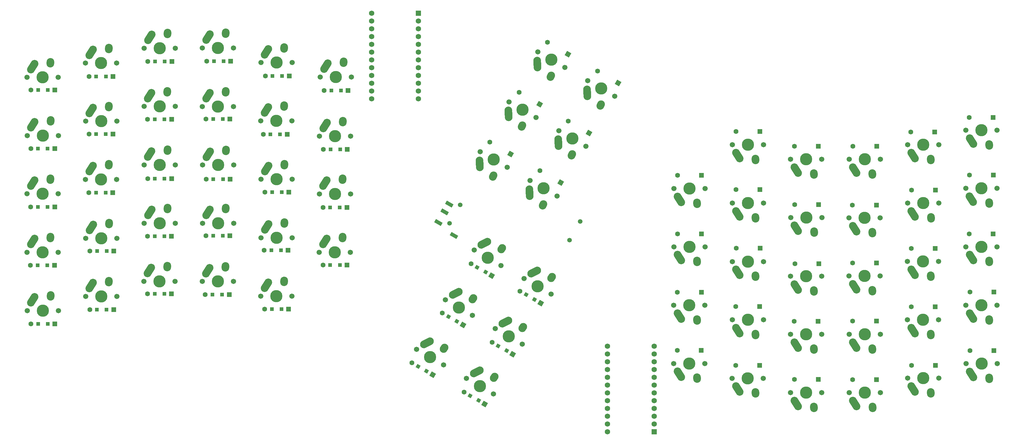
<source format=gbs>
%TF.GenerationSoftware,KiCad,Pcbnew,7.0.1*%
%TF.CreationDate,2023-09-24T18:49:58+08:00*%
%TF.ProjectId,split70kb,73706c69-7437-4306-9b62-2e6b69636164,rev?*%
%TF.SameCoordinates,Original*%
%TF.FileFunction,Soldermask,Bot*%
%TF.FilePolarity,Negative*%
%FSLAX46Y46*%
G04 Gerber Fmt 4.6, Leading zero omitted, Abs format (unit mm)*
G04 Created by KiCad (PCBNEW 7.0.1) date 2023-09-24 18:49:58*
%MOMM*%
%LPD*%
G01*
G04 APERTURE LIST*
G04 Aperture macros list*
%AMHorizOval*
0 Thick line with rounded ends*
0 $1 width*
0 $2 $3 position (X,Y) of the first rounded end (center of the circle)*
0 $4 $5 position (X,Y) of the second rounded end (center of the circle)*
0 Add line between two ends*
20,1,$1,$2,$3,$4,$5,0*
0 Add two circle primitives to create the rounded ends*
1,1,$1,$2,$3*
1,1,$1,$4,$5*%
%AMRotRect*
0 Rectangle, with rotation*
0 The origin of the aperture is its center*
0 $1 length*
0 $2 width*
0 $3 Rotation angle, in degrees counterclockwise*
0 Add horizontal line*
21,1,$1,$2,0,0,$3*%
G04 Aperture macros list end*
%ADD10R,1.600000X1.600000*%
%ADD11C,1.600000*%
%ADD12C,1.701800*%
%ADD13C,3.987800*%
%ADD14HorizOval,2.500000X-0.604462X-0.948815X0.604462X0.948815X0*%
%ADD15HorizOval,2.500000X-0.019724X-0.289328X0.019724X0.289328X0*%
%ADD16RotRect,1.600000X1.600000X150.000000*%
%ADD17HorizOval,2.500000X-0.997887X-0.519467X0.997887X0.519467X0*%
%ADD18HorizOval,2.500000X-0.161746X-0.240704X0.161746X0.240704X0*%
%ADD19C,1.500000*%
%ADD20R,1.752600X1.752600*%
%ADD21C,1.752600*%
%ADD22HorizOval,2.500000X-0.604462X0.948815X0.604462X-0.948815X0*%
%ADD23HorizOval,2.500000X-0.019724X0.289328X0.019724X-0.289328X0*%
%ADD24HorizOval,2.500000X-0.049072X1.123929X0.049072X-1.123929X0*%
%ADD25HorizOval,2.500000X-0.127582X-0.260428X0.127582X0.260428X0*%
%ADD26R,1.200000X1.200000*%
%ADD27RotRect,1.200000X2.500000X240.000000*%
%ADD28RotRect,1.200000X1.200000X150.000000*%
G04 APERTURE END LIST*
D10*
%TO.C,D50*%
X304945500Y-66588800D03*
D11*
X297145500Y-66588800D03*
%TD*%
D12*
%TO.C,K10*%
X47021600Y-115547400D03*
D13*
X52101600Y-115547400D03*
D12*
X57181600Y-115547400D03*
D14*
X48846600Y-112027400D03*
D15*
X54621600Y-110757400D03*
%TD*%
D12*
%TO.C,K12*%
X66070800Y-53551000D03*
D13*
X71150800Y-53551000D03*
D12*
X76230800Y-53551000D03*
D14*
X67895800Y-50031000D03*
D15*
X73670800Y-48761000D03*
%TD*%
D12*
%TO.C,K6*%
X46995100Y-39416100D03*
D13*
X52075100Y-39416100D03*
D12*
X57155100Y-39416100D03*
D14*
X48820100Y-35896100D03*
D15*
X54595100Y-34626100D03*
%TD*%
D12*
%TO.C,K22*%
X104148300Y-58268300D03*
D13*
X109228300Y-58268300D03*
D12*
X114308300Y-58268300D03*
D14*
X105973300Y-54748300D03*
D15*
X111748300Y-53478300D03*
%TD*%
D10*
%TO.C,D51*%
X285903400Y-142693500D03*
D11*
X278103400Y-142693500D03*
%TD*%
D16*
%TO.C,D66*%
X211115099Y-62235000D03*
D11*
X204360101Y-58335000D03*
%TD*%
D10*
%TO.C,D40*%
X342868400Y-57176400D03*
D11*
X335068400Y-57176400D03*
%TD*%
D10*
%TO.C,D56*%
X266788200Y-138079400D03*
D11*
X258988200Y-138079400D03*
%TD*%
D12*
%TO.C,K1*%
X27923900Y-44068900D03*
D13*
X33003900Y-44068900D03*
D12*
X38083900Y-44068900D03*
D14*
X29748900Y-40548900D03*
D15*
X35523900Y-39278900D03*
%TD*%
D10*
%TO.C,D53*%
X286094000Y-104891600D03*
D11*
X278294000Y-104891600D03*
%TD*%
D12*
%TO.C,K9*%
X47068300Y-96593200D03*
D13*
X52148300Y-96593200D03*
D12*
X57228300Y-96593200D03*
D14*
X48893300Y-93073200D03*
D15*
X54668300Y-91803200D03*
%TD*%
D12*
%TO.C,K32*%
X173670491Y-100398900D03*
D13*
X178069900Y-102938900D03*
D12*
X182469309Y-105478900D03*
D17*
X177010987Y-98262991D03*
D18*
X182647284Y-100050638D03*
%TD*%
D10*
%TO.C,D60*%
X266880100Y-61741700D03*
D11*
X259080100Y-61741700D03*
%TD*%
D12*
%TO.C,K14*%
X66112600Y-91695100D03*
D13*
X71192600Y-91695100D03*
D12*
X76272600Y-91695100D03*
D14*
X67937600Y-88175100D03*
D15*
X73712600Y-86905100D03*
%TD*%
D12*
%TO.C,K34*%
X180555491Y-126087900D03*
D13*
X184954900Y-128627900D03*
D12*
X189354309Y-131167900D03*
D17*
X183895987Y-123951991D03*
D18*
X189532284Y-125739638D03*
%TD*%
D10*
%TO.C,D48*%
X304872000Y-142748000D03*
D11*
X297072000Y-142748000D03*
%TD*%
D16*
%TO.C,D69*%
X195072999Y-52833900D03*
D11*
X188318001Y-48933900D03*
%TD*%
D10*
%TO.C,D55*%
X285874500Y-66594300D03*
D11*
X278074500Y-66594300D03*
%TD*%
D10*
%TO.C,D45*%
X323811700Y-61908000D03*
D11*
X316011700Y-61908000D03*
%TD*%
D12*
%TO.C,K8*%
X46984600Y-77378000D03*
D13*
X52064600Y-77378000D03*
D12*
X57144600Y-77378000D03*
D14*
X48809600Y-73858000D03*
D15*
X54584600Y-72588000D03*
%TD*%
D10*
%TO.C,D42*%
X323972300Y-118957400D03*
D11*
X316172300Y-118957400D03*
%TD*%
D16*
%TO.C,D68*%
X185583699Y-69087500D03*
D11*
X178828701Y-65187500D03*
%TD*%
D12*
%TO.C,K18*%
X85151600Y-72680000D03*
D13*
X90231600Y-72680000D03*
D12*
X95311600Y-72680000D03*
D14*
X86976600Y-69160000D03*
D15*
X92751600Y-67890000D03*
%TD*%
D10*
%TO.C,D39*%
X342980500Y-75994000D03*
D11*
X335180500Y-75994000D03*
%TD*%
D16*
%TO.C,D70*%
X204304599Y-36500100D03*
D11*
X197549601Y-32600100D03*
%TD*%
D12*
%TO.C,K15*%
X66001600Y-110680000D03*
D13*
X71081600Y-110680000D03*
D12*
X76161600Y-110680000D03*
D14*
X67826600Y-107160000D03*
D15*
X73601600Y-105890000D03*
%TD*%
D10*
%TO.C,D37*%
X343109300Y-114179400D03*
D11*
X335309300Y-114179400D03*
%TD*%
D10*
%TO.C,D58*%
X266903400Y-99848300D03*
D11*
X259103400Y-99848300D03*
%TD*%
D10*
%TO.C,D52*%
X285840000Y-123698000D03*
D11*
X278040000Y-123698000D03*
%TD*%
D12*
%TO.C,K2*%
X27974900Y-63079900D03*
D13*
X33054900Y-63079900D03*
D12*
X38134900Y-63079900D03*
D14*
X29799900Y-59559900D03*
D15*
X35574900Y-58289900D03*
%TD*%
D12*
%TO.C,K23*%
X104201600Y-77330000D03*
D13*
X109281600Y-77330000D03*
D12*
X114361600Y-77330000D03*
D14*
X106026600Y-73810000D03*
D15*
X111801600Y-72540000D03*
%TD*%
D10*
%TO.C,D36*%
X343141300Y-133254900D03*
D11*
X335341300Y-133254900D03*
%TD*%
D10*
%TO.C,D41*%
X324082600Y-138123600D03*
D11*
X316282600Y-138123600D03*
%TD*%
D10*
%TO.C,D49*%
X304817600Y-85755200D03*
D11*
X297017600Y-85755200D03*
%TD*%
D12*
%TO.C,K17*%
X85101600Y-53580000D03*
D13*
X90181600Y-53580000D03*
D12*
X95261600Y-53580000D03*
D14*
X86926600Y-50060000D03*
D15*
X92701600Y-48790000D03*
%TD*%
D12*
%TO.C,K5*%
X27973800Y-120218900D03*
D13*
X33053800Y-120218900D03*
D12*
X38133800Y-120218900D03*
D14*
X29798800Y-116698900D03*
D15*
X35573800Y-115428900D03*
%TD*%
D10*
%TO.C,D59*%
X266879400Y-80720000D03*
D11*
X259079400Y-80720000D03*
%TD*%
D12*
%TO.C,K4*%
X27907000Y-101194500D03*
D13*
X32987000Y-101194500D03*
D12*
X38067000Y-101194500D03*
D14*
X29732000Y-97674500D03*
D15*
X35507000Y-96404500D03*
%TD*%
D10*
%TO.C,D61*%
X247692600Y-133197100D03*
D11*
X239892600Y-133197100D03*
%TD*%
D12*
%TO.C,K13*%
X66090400Y-72659900D03*
D13*
X71170400Y-72659900D03*
D12*
X76250400Y-72659900D03*
D14*
X67915400Y-69139900D03*
D15*
X73690400Y-67869900D03*
%TD*%
D12*
%TO.C,K30*%
X154924791Y-132897100D03*
D13*
X159324200Y-135437100D03*
D12*
X163723609Y-137977100D03*
D17*
X158265287Y-130761191D03*
D18*
X163901584Y-132548838D03*
%TD*%
D12*
%TO.C,K29*%
X123201600Y-101161700D03*
D13*
X128281600Y-101161700D03*
D12*
X133361600Y-101161700D03*
D14*
X125026600Y-97641700D03*
D15*
X130801600Y-96371700D03*
%TD*%
D10*
%TO.C,D47*%
X304892700Y-123653400D03*
D11*
X297092700Y-123653400D03*
%TD*%
D10*
%TO.C,D64*%
X247799600Y-76072600D03*
D11*
X239999600Y-76072600D03*
%TD*%
D16*
%TO.C,D67*%
X201923799Y-78434400D03*
D11*
X195168801Y-74534400D03*
%TD*%
D12*
%TO.C,K16*%
X85076600Y-34480000D03*
D13*
X90156600Y-34480000D03*
D12*
X95236600Y-34480000D03*
D14*
X86901600Y-30960000D03*
D15*
X92676600Y-29690000D03*
%TD*%
D16*
%TO.C,D65*%
X220641099Y-45921500D03*
D11*
X213886101Y-42021500D03*
%TD*%
D12*
%TO.C,K33*%
X189930091Y-109766400D03*
D13*
X194329500Y-112306400D03*
D12*
X198728909Y-114846400D03*
D17*
X193270587Y-107630491D03*
D18*
X198906884Y-109418138D03*
%TD*%
D10*
%TO.C,D57*%
X266764200Y-118902700D03*
D11*
X258964200Y-118902700D03*
%TD*%
D12*
%TO.C,K21*%
X104166200Y-39235400D03*
D13*
X109246200Y-39235400D03*
D12*
X114326200Y-39235400D03*
D14*
X105991200Y-35715400D03*
D15*
X111766200Y-34445400D03*
%TD*%
D19*
%TO.C,J1*%
X204779500Y-97217471D03*
X208279500Y-91155293D03*
%TD*%
D10*
%TO.C,D63*%
X247769800Y-95157200D03*
D11*
X239969800Y-95157200D03*
%TD*%
D12*
%TO.C,K31*%
X164346891Y-116669300D03*
D13*
X168746300Y-119209300D03*
D12*
X173145709Y-121749300D03*
D17*
X167687387Y-114533391D03*
D18*
X173323684Y-116321038D03*
%TD*%
D10*
%TO.C,D54*%
X285969700Y-85612900D03*
D11*
X278169700Y-85612900D03*
%TD*%
D12*
%TO.C,K25*%
X104143300Y-115502500D03*
D13*
X109223300Y-115502500D03*
D12*
X114303300Y-115502500D03*
D14*
X105968300Y-111982500D03*
D15*
X111743300Y-110712500D03*
%TD*%
D20*
%TO.C,U1*%
X232410000Y-159766000D03*
D21*
X232410000Y-157226000D03*
X232410000Y-154686000D03*
X232410000Y-152146000D03*
X232410000Y-149606000D03*
X232410000Y-147066000D03*
X232410000Y-144526000D03*
X232410000Y-141986000D03*
X232410000Y-139446000D03*
X232410000Y-136906000D03*
X232410000Y-134366000D03*
X232410000Y-131826000D03*
X217170000Y-159766000D03*
X217170000Y-157226000D03*
X217170000Y-154686000D03*
X217170000Y-152146000D03*
X217170000Y-149606000D03*
X217170000Y-147066000D03*
X217170000Y-144526000D03*
X217170000Y-141986000D03*
X217170000Y-139446000D03*
X217170000Y-136906000D03*
X217170000Y-134366000D03*
X217170000Y-131826000D03*
%TD*%
D10*
%TO.C,D43*%
X323979400Y-99909800D03*
D11*
X316179400Y-99909800D03*
%TD*%
D12*
%TO.C,K3*%
X27951600Y-82080000D03*
D13*
X33031600Y-82080000D03*
D12*
X38111600Y-82080000D03*
D14*
X29776600Y-78560000D03*
D15*
X35551600Y-77290000D03*
%TD*%
D12*
%TO.C,K26*%
X123501600Y-43949000D03*
D13*
X128581600Y-43949000D03*
D12*
X133661600Y-43949000D03*
D14*
X125326600Y-40429000D03*
D15*
X131101600Y-39159000D03*
%TD*%
D12*
%TO.C,K24*%
X104194600Y-96413000D03*
D13*
X109274600Y-96413000D03*
D12*
X114354600Y-96413000D03*
D14*
X106019600Y-92893000D03*
D15*
X111794600Y-91623000D03*
%TD*%
D12*
%TO.C,K19*%
X85108600Y-91681800D03*
D13*
X90188600Y-91681800D03*
D12*
X95268600Y-91681800D03*
D14*
X86933600Y-88161800D03*
D15*
X92708600Y-86891800D03*
%TD*%
D10*
%TO.C,D38*%
X342884200Y-95198000D03*
D11*
X335084200Y-95198000D03*
%TD*%
D10*
%TO.C,D44*%
X324057000Y-80866100D03*
D11*
X316257000Y-80866100D03*
%TD*%
D12*
%TO.C,K27*%
X123266800Y-63275100D03*
D13*
X128346800Y-63275100D03*
D12*
X133426800Y-63275100D03*
D14*
X125091800Y-59755100D03*
D15*
X130866800Y-58485100D03*
%TD*%
D10*
%TO.C,D46*%
X304885400Y-104657300D03*
D11*
X297085400Y-104657300D03*
%TD*%
D12*
%TO.C,K35*%
X171207591Y-142347900D03*
D13*
X175607000Y-144887900D03*
D12*
X180006409Y-147427900D03*
D17*
X174548087Y-140211991D03*
D18*
X180184384Y-141999638D03*
%TD*%
D12*
%TO.C,K20*%
X85030800Y-110693500D03*
D13*
X90110800Y-110693500D03*
D12*
X95190800Y-110693500D03*
D14*
X86855800Y-107173500D03*
D15*
X92630800Y-105903500D03*
%TD*%
D10*
%TO.C,D62*%
X247754900Y-114228200D03*
D11*
X239954900Y-114228200D03*
%TD*%
D12*
%TO.C,K7*%
X47006600Y-58385800D03*
D13*
X52086600Y-58385800D03*
D12*
X57166600Y-58385800D03*
D14*
X48831600Y-54865800D03*
D15*
X54606600Y-53595800D03*
%TD*%
D12*
%TO.C,K11*%
X66104400Y-34561700D03*
D13*
X71184400Y-34561700D03*
D12*
X76264400Y-34561700D03*
D14*
X67929400Y-31041700D03*
D15*
X73704400Y-29771700D03*
%TD*%
D12*
%TO.C,K28*%
X123215000Y-82130000D03*
D13*
X128295000Y-82130000D03*
D12*
X133375000Y-82130000D03*
D14*
X125040000Y-78610000D03*
D15*
X130815000Y-77340000D03*
%TD*%
D12*
%TO.C,K52*%
X276861800Y-127967000D03*
D13*
X281941800Y-127967000D03*
D12*
X287021800Y-127967000D03*
D22*
X278686800Y-131487000D03*
D23*
X284461800Y-132757000D03*
%TD*%
D12*
%TO.C,K64*%
X238776800Y-80399200D03*
D13*
X243856800Y-80399200D03*
D12*
X248936800Y-80399200D03*
D22*
X240601800Y-83919200D03*
D23*
X246376800Y-85189200D03*
%TD*%
D12*
%TO.C,K60*%
X257834800Y-66073600D03*
D13*
X262914800Y-66073600D03*
D12*
X267994800Y-66073600D03*
D22*
X259659800Y-69593600D03*
D23*
X265434800Y-70863600D03*
%TD*%
D12*
%TO.C,K42*%
X314972400Y-123238000D03*
D13*
X320052400Y-123238000D03*
D12*
X325132400Y-123238000D03*
D22*
X316797400Y-126758000D03*
D23*
X322572400Y-128028000D03*
%TD*%
D12*
%TO.C,K70*%
X194460791Y-35770400D03*
D13*
X198860200Y-38310400D03*
D12*
X203259609Y-40850400D03*
D24*
X194281287Y-39731309D03*
D25*
X198647584Y-43718662D03*
%TD*%
D12*
%TO.C,K46*%
X295947400Y-147021200D03*
D13*
X301027400Y-147021200D03*
D12*
X306107400Y-147021200D03*
D22*
X297772400Y-150541200D03*
D23*
X303547400Y-151811200D03*
%TD*%
D12*
%TO.C,K59*%
X257837400Y-85117500D03*
D13*
X262917400Y-85117500D03*
D12*
X267997400Y-85117500D03*
D22*
X259662400Y-88637500D03*
D23*
X265437400Y-89907500D03*
%TD*%
D10*
%TO.C,D10*%
X56175600Y-119865400D03*
D26*
X53850600Y-119865400D03*
X50700600Y-119865400D03*
D11*
X48375600Y-119865400D03*
%TD*%
D10*
%TO.C,D17*%
X94069500Y-57691300D03*
D26*
X91744500Y-57691300D03*
X88594500Y-57691300D03*
D11*
X86269500Y-57691300D03*
%TD*%
D10*
%TO.C,D19*%
X94061800Y-95785600D03*
D26*
X91736800Y-95785600D03*
X88586800Y-95785600D03*
D11*
X86261800Y-95785600D03*
%TD*%
D12*
%TO.C,K65*%
X210738591Y-45168400D03*
D13*
X215138000Y-47708400D03*
D12*
X219537409Y-50248400D03*
D24*
X210559087Y-49129309D03*
D25*
X214925384Y-53116662D03*
%TD*%
D12*
%TO.C,K47*%
X295940900Y-127950500D03*
D13*
X301020900Y-127950500D03*
D12*
X306100900Y-127950500D03*
D22*
X297765900Y-131470500D03*
D23*
X303540900Y-132740500D03*
%TD*%
D19*
%TO.C,J2*%
X169166100Y-85669529D03*
X165666100Y-91731707D03*
D27*
X164051517Y-88028246D03*
X165551517Y-85430169D03*
X167130683Y-95694975D03*
X162051517Y-91492347D03*
%TD*%
D10*
%TO.C,D4*%
X36853400Y-105394900D03*
D26*
X34528400Y-105394900D03*
X31378400Y-105394900D03*
D11*
X29053400Y-105394900D03*
%TD*%
D12*
%TO.C,K43*%
X314958400Y-104190200D03*
D13*
X320038400Y-104190200D03*
D12*
X325118400Y-104190200D03*
D22*
X316783400Y-107710200D03*
D23*
X322558400Y-108980200D03*
%TD*%
D10*
%TO.C,D29*%
X132220700Y-105304500D03*
D26*
X129895700Y-105304500D03*
X126745700Y-105304500D03*
D11*
X124420700Y-105304500D03*
%TD*%
D12*
%TO.C,K36*%
X334029900Y-137555600D03*
D13*
X339109900Y-137555600D03*
D12*
X344189900Y-137555600D03*
D22*
X335854900Y-141075600D03*
D23*
X341629900Y-142345600D03*
%TD*%
D12*
%TO.C,K69*%
X185062791Y-52048200D03*
D13*
X189462200Y-54588200D03*
D12*
X193861609Y-57128200D03*
D24*
X184883287Y-56009109D03*
D25*
X189249584Y-59996462D03*
%TD*%
D12*
%TO.C,K63*%
X238789000Y-99393400D03*
D13*
X243869000Y-99393400D03*
D12*
X248949000Y-99393400D03*
D22*
X240614000Y-102913400D03*
D23*
X246389000Y-104183400D03*
%TD*%
D10*
%TO.C,D28*%
X132213800Y-86586700D03*
D26*
X129888800Y-86586700D03*
X126738800Y-86586700D03*
D11*
X124413800Y-86586700D03*
%TD*%
D12*
%TO.C,K54*%
X276897000Y-89823500D03*
D13*
X281977000Y-89823500D03*
D12*
X287057000Y-89823500D03*
D22*
X278722000Y-93343500D03*
D23*
X284497000Y-94613500D03*
%TD*%
D10*
%TO.C,D2*%
X36960300Y-67299100D03*
D26*
X34635300Y-67299100D03*
X31485300Y-67299100D03*
D11*
X29160300Y-67299100D03*
%TD*%
D16*
%TO.C,D35*%
X177118799Y-150721000D03*
D28*
X175105290Y-149558500D03*
X172377310Y-147983500D03*
D11*
X170363801Y-146821000D03*
%TD*%
D20*
%TO.C,U2*%
X155497200Y-23166600D03*
D21*
X155497200Y-25706600D03*
X155497200Y-28246600D03*
X155497200Y-30786600D03*
X155497200Y-33326600D03*
X155497200Y-35866600D03*
X155497200Y-38406600D03*
X155497200Y-40946600D03*
X155497200Y-43486600D03*
X155497200Y-46026600D03*
X155497200Y-48566600D03*
X155497200Y-51106600D03*
X140257200Y-23166600D03*
X140257200Y-25706600D03*
X140257200Y-28246600D03*
X140257200Y-30786600D03*
X140257200Y-33326600D03*
X140257200Y-35866600D03*
X140257200Y-38406600D03*
X140257200Y-40946600D03*
X140257200Y-43486600D03*
X140257200Y-46026600D03*
X140257200Y-48566600D03*
X140257200Y-51106600D03*
%TD*%
D12*
%TO.C,K55*%
X276864300Y-70802300D03*
D13*
X281944300Y-70802300D03*
D12*
X287024300Y-70802300D03*
D22*
X278689300Y-74322300D03*
D23*
X284464300Y-75592300D03*
%TD*%
D12*
%TO.C,K56*%
X257822400Y-142321700D03*
D13*
X262902400Y-142321700D03*
D12*
X267982400Y-142321700D03*
D22*
X259647400Y-145841700D03*
D23*
X265422400Y-147111700D03*
%TD*%
D12*
%TO.C,K62*%
X238764800Y-118503100D03*
D13*
X243844800Y-118503100D03*
D12*
X248924800Y-118503100D03*
D22*
X240589800Y-122023100D03*
D23*
X246364800Y-123293100D03*
%TD*%
D12*
%TO.C,K45*%
X314988100Y-66072100D03*
D13*
X320068100Y-66072100D03*
D12*
X325148100Y-66072100D03*
D22*
X316813100Y-69592100D03*
D23*
X322588100Y-70862100D03*
%TD*%
D10*
%TO.C,D6*%
X55946100Y-43771700D03*
D26*
X53621100Y-43771700D03*
X50471100Y-43771700D03*
D11*
X48146100Y-43771700D03*
%TD*%
D12*
%TO.C,K67*%
X191942591Y-77724000D03*
D13*
X196342000Y-80264000D03*
D12*
X200741409Y-82804000D03*
D24*
X191763087Y-81684909D03*
D25*
X196129384Y-85672262D03*
%TD*%
D10*
%TO.C,D22*%
X112735900Y-62681300D03*
D26*
X110410900Y-62681300D03*
X107260900Y-62681300D03*
D11*
X104935900Y-62681300D03*
%TD*%
D12*
%TO.C,K41*%
X314993300Y-142282700D03*
D13*
X320073300Y-142282700D03*
D12*
X325153300Y-142282700D03*
D22*
X316818300Y-145802700D03*
D23*
X322593300Y-147072700D03*
%TD*%
D10*
%TO.C,D1*%
X37011300Y-48170500D03*
D26*
X34686300Y-48170500D03*
X31536300Y-48170500D03*
D11*
X29211300Y-48170500D03*
%TD*%
D12*
%TO.C,K40*%
X334005500Y-61334200D03*
D13*
X339085500Y-61334200D03*
D12*
X344165500Y-61334200D03*
D22*
X335830500Y-64854200D03*
D23*
X341605500Y-66124200D03*
%TD*%
D10*
%TO.C,D9*%
X56222300Y-100793600D03*
D26*
X53897300Y-100793600D03*
X50747300Y-100793600D03*
D11*
X48422300Y-100793600D03*
%TD*%
D10*
%TO.C,D13*%
X75054800Y-77111900D03*
D26*
X72729800Y-77111900D03*
X69579800Y-77111900D03*
D11*
X67254800Y-77111900D03*
%TD*%
D16*
%TO.C,D31*%
X170059099Y-124893000D03*
D28*
X168045590Y-123730500D03*
X165317610Y-122155500D03*
D11*
X163304101Y-120993000D03*
%TD*%
D12*
%TO.C,K49*%
X295888400Y-89954500D03*
D13*
X300968400Y-89954500D03*
D12*
X306048400Y-89954500D03*
D22*
X297713400Y-93474500D03*
D23*
X303488400Y-94744500D03*
%TD*%
D10*
%TO.C,D18*%
X94125100Y-77290700D03*
D26*
X91800100Y-77290700D03*
X88650100Y-77290700D03*
D11*
X86325100Y-77290700D03*
%TD*%
D12*
%TO.C,K48*%
X295880100Y-108934800D03*
D13*
X300960100Y-108934800D03*
D12*
X306040100Y-108934800D03*
D22*
X297705100Y-112454800D03*
D23*
X303480100Y-113724800D03*
%TD*%
D10*
%TO.C,D20*%
X93831600Y-114980000D03*
D26*
X91506600Y-114980000D03*
X88356600Y-114980000D03*
D11*
X86031600Y-114980000D03*
%TD*%
D12*
%TO.C,K50*%
X295941100Y-70828200D03*
D13*
X301021100Y-70828200D03*
D12*
X306101100Y-70828200D03*
D22*
X297766100Y-74348200D03*
D23*
X303541100Y-75618200D03*
%TD*%
D10*
%TO.C,D8*%
X55884600Y-81714800D03*
D26*
X53559600Y-81714800D03*
X50409600Y-81714800D03*
D11*
X48084600Y-81714800D03*
%TD*%
D10*
%TO.C,D21*%
X113419000Y-43591000D03*
D26*
X111094000Y-43591000D03*
X107944000Y-43591000D03*
D11*
X105619000Y-43591000D03*
%TD*%
D12*
%TO.C,K44*%
X315006500Y-85145300D03*
D13*
X320086500Y-85145300D03*
D12*
X325166500Y-85145300D03*
D22*
X316831500Y-88665300D03*
D23*
X322606500Y-89935300D03*
%TD*%
D10*
%TO.C,D5*%
X37010200Y-124536900D03*
D26*
X34685200Y-124536900D03*
X31535200Y-124536900D03*
D11*
X29210200Y-124536900D03*
%TD*%
D12*
%TO.C,K68*%
X175664791Y-68326000D03*
D13*
X180064200Y-70866000D03*
D12*
X184463609Y-73406000D03*
D24*
X175485287Y-72286909D03*
D25*
X179851584Y-76274262D03*
%TD*%
D12*
%TO.C,K58*%
X257840800Y-104206300D03*
D13*
X262920800Y-104206300D03*
D12*
X268000800Y-104206300D03*
D22*
X259665800Y-107726300D03*
D23*
X265440800Y-108996300D03*
%TD*%
D12*
%TO.C,K61*%
X238765200Y-137505800D03*
D13*
X243845200Y-137505800D03*
D12*
X248925200Y-137505800D03*
D22*
X240590200Y-141025800D03*
D23*
X246365200Y-142295800D03*
%TD*%
D10*
%TO.C,D11*%
X75122000Y-38917300D03*
D26*
X72797000Y-38917300D03*
X69647000Y-38917300D03*
D11*
X67322000Y-38917300D03*
%TD*%
D10*
%TO.C,D27*%
X132321600Y-67571000D03*
D26*
X129996600Y-67571000D03*
X126846600Y-67571000D03*
D11*
X124521600Y-67571000D03*
%TD*%
D10*
%TO.C,D14*%
X75016000Y-95920000D03*
D26*
X72691000Y-95920000D03*
X69541000Y-95920000D03*
D11*
X67216000Y-95920000D03*
%TD*%
D12*
%TO.C,K38*%
X333988500Y-99380900D03*
D13*
X339068500Y-99380900D03*
D12*
X344148500Y-99380900D03*
D22*
X335813500Y-102900900D03*
D23*
X341588500Y-104170900D03*
%TD*%
D16*
%TO.C,D33*%
X195343099Y-117755500D03*
D28*
X193329590Y-116593000D03*
X190601610Y-115018000D03*
D11*
X188588101Y-113855500D03*
%TD*%
D10*
%TO.C,D26*%
X132583800Y-48324900D03*
D26*
X130258800Y-48324900D03*
X127108800Y-48324900D03*
D11*
X124783800Y-48324900D03*
%TD*%
D12*
%TO.C,K39*%
X333971100Y-80293100D03*
D13*
X339051100Y-80293100D03*
D12*
X344131100Y-80293100D03*
D22*
X335796100Y-83813100D03*
D23*
X341571100Y-85083100D03*
%TD*%
D12*
%TO.C,K66*%
X201340591Y-61446200D03*
D13*
X205740000Y-63986200D03*
D12*
X210139409Y-66526200D03*
D24*
X201161087Y-65407109D03*
D25*
X205527384Y-69394462D03*
%TD*%
D10*
%TO.C,D16*%
X94304100Y-38795200D03*
D26*
X91979100Y-38795200D03*
X88829100Y-38795200D03*
D11*
X86504100Y-38795200D03*
%TD*%
D10*
%TO.C,D24*%
X113036300Y-100520500D03*
D26*
X110711300Y-100520500D03*
X107561300Y-100520500D03*
D11*
X105236300Y-100520500D03*
%TD*%
D12*
%TO.C,K53*%
X276869200Y-109008200D03*
D13*
X281949200Y-109008200D03*
D12*
X287029200Y-109008200D03*
D22*
X278694200Y-112528200D03*
D23*
X284469200Y-113798200D03*
%TD*%
D16*
%TO.C,D30*%
X160153099Y-141149000D03*
D28*
X158139590Y-139986500D03*
X155411610Y-138411500D03*
D11*
X153398101Y-137249000D03*
%TD*%
D10*
%TO.C,D15*%
X75019200Y-114744000D03*
D26*
X72694200Y-114744000D03*
X69544200Y-114744000D03*
D11*
X67219200Y-114744000D03*
%TD*%
D10*
%TO.C,D25*%
X113206200Y-119705800D03*
D26*
X110881200Y-119705800D03*
X107731200Y-119705800D03*
D11*
X105406200Y-119705800D03*
%TD*%
D12*
%TO.C,K37*%
X333979200Y-118473400D03*
D13*
X339059200Y-118473400D03*
D12*
X344139200Y-118473400D03*
D22*
X335804200Y-121993400D03*
D23*
X341579200Y-123263400D03*
%TD*%
D16*
%TO.C,D32*%
X179404799Y-108811000D03*
D28*
X177391290Y-107648500D03*
X174663310Y-106073500D03*
D11*
X172649801Y-104911000D03*
%TD*%
D16*
%TO.C,D34*%
X186262799Y-134465000D03*
D28*
X184249290Y-133302500D03*
X181521310Y-131727500D03*
D11*
X179507801Y-130565000D03*
%TD*%
D10*
%TO.C,D23*%
X113271600Y-81541000D03*
D26*
X110946600Y-81541000D03*
X107796600Y-81541000D03*
D11*
X105471600Y-81541000D03*
%TD*%
D10*
%TO.C,D7*%
X55906600Y-62605000D03*
D26*
X53581600Y-62605000D03*
X50431600Y-62605000D03*
D11*
X48106600Y-62605000D03*
%TD*%
D12*
%TO.C,K51*%
X276870100Y-147024900D03*
D13*
X281950100Y-147024900D03*
D12*
X287030100Y-147024900D03*
D22*
X278695100Y-150544900D03*
D23*
X284470100Y-151814900D03*
%TD*%
D12*
%TO.C,K57*%
X257823900Y-123228300D03*
D13*
X262903900Y-123228300D03*
D12*
X267983900Y-123228300D03*
D22*
X259648900Y-126748300D03*
D23*
X265423900Y-128018300D03*
%TD*%
D10*
%TO.C,D12*%
X75037400Y-57770200D03*
D26*
X72712400Y-57770200D03*
X69562400Y-57770200D03*
D11*
X67237400Y-57770200D03*
%TD*%
D10*
%TO.C,D3*%
X36937000Y-86416800D03*
D26*
X34612000Y-86416800D03*
X31462000Y-86416800D03*
D11*
X29137000Y-86416800D03*
%TD*%
M02*

</source>
